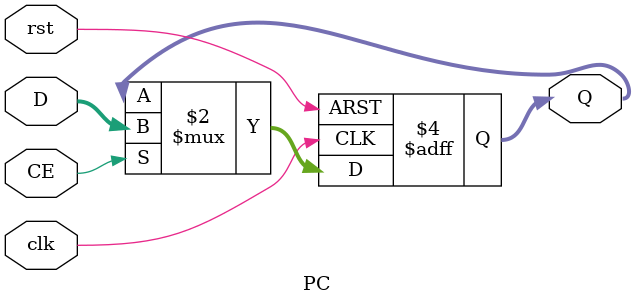
<source format=v>
`timescale 1ns / 1ps


module PC(
      input wire clk,
      input wire rst,
      input wire CE,
      input wire [31:0] D,
      output reg [31:0] Q
   );

   always @(posedge clk or posedge rst) begin
      if (rst)
         Q <= 32'b0;
      else if (CE)
         Q <= D;
   end
endmodule

</source>
